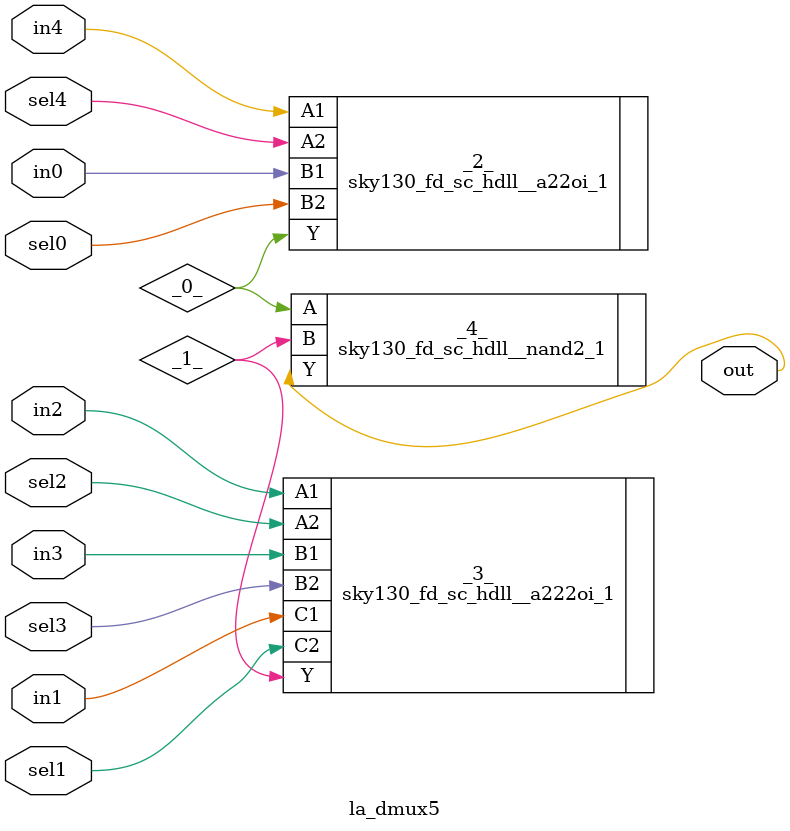
<source format=v>

/* Generated by Yosys 0.37 (git sha1 a5c7f69ed, clang 14.0.0-1ubuntu1.1 -fPIC -Os) */

module la_dmux5(sel4, sel3, sel2, sel1, sel0, in4, in3, in2, in1, in0, out);
  wire _0_;
  wire _1_;
  input in0;
  wire in0;
  input in1;
  wire in1;
  input in2;
  wire in2;
  input in3;
  wire in3;
  input in4;
  wire in4;
  output out;
  wire out;
  input sel0;
  wire sel0;
  input sel1;
  wire sel1;
  input sel2;
  wire sel2;
  input sel3;
  wire sel3;
  input sel4;
  wire sel4;
  sky130_fd_sc_hdll__a22oi_1 _2_ (
    .A1(in4),
    .A2(sel4),
    .B1(in0),
    .B2(sel0),
    .Y(_0_)
  );
  sky130_fd_sc_hdll__a222oi_1 _3_ (
    .A1(in2),
    .A2(sel2),
    .B1(in3),
    .B2(sel3),
    .C1(in1),
    .C2(sel1),
    .Y(_1_)
  );
  sky130_fd_sc_hdll__nand2_1 _4_ (
    .A(_0_),
    .B(_1_),
    .Y(out)
  );
endmodule

</source>
